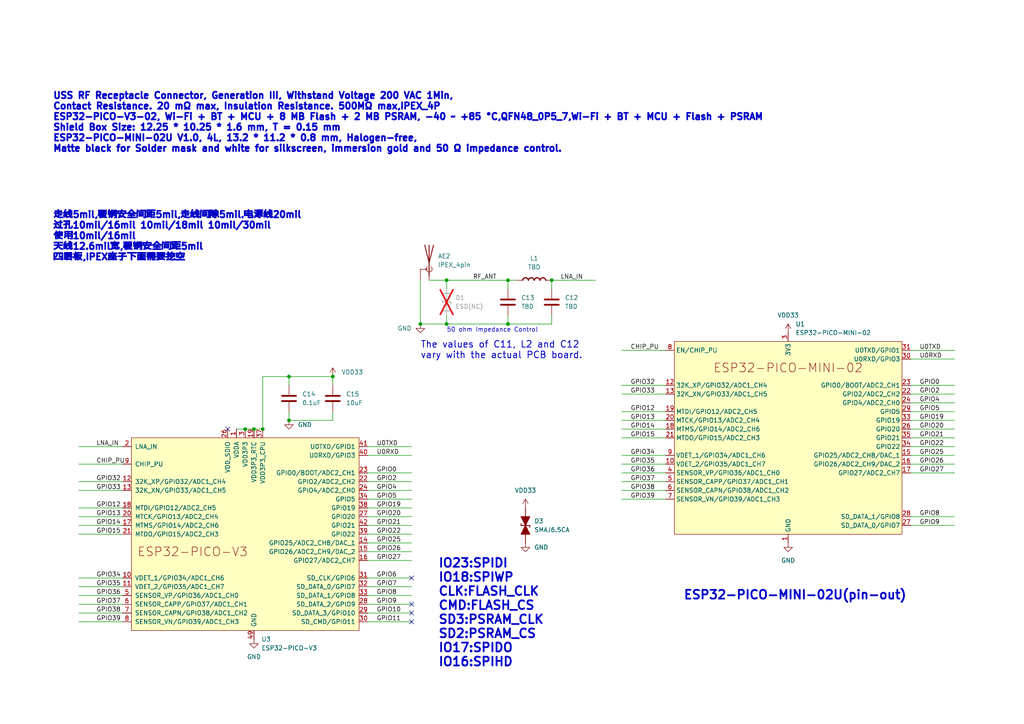
<source format=kicad_sch>
(kicad_sch (version 20250114) (generator "eeschema") (generator_version "9.0")
  (paper "A4")
  (lib_symbols
    (symbol "Device:Antenna_Shield" (pin_numbers (hide yes)) (pin_names (offset 1.016) (hide yes))
      (property "Reference" "AE" (at -1.905 4.445 0))
      (property "Value" "Antenna_Shield" (at -1.905 2.54 0))
      (symbol "Antenna_Shield_0_1"
        (arc (start 0 -2.667) (mid -0.8485 -2.1032) (end -0.508 -1.143))
        (polyline (pts (xy 0 5.08) (xy 0 -3.81)) (stroke (width 0.254)))
        (polyline (pts (xy 0 -2.54) (xy 0 0)))
        (arc (start 0.508 -1.143) (mid 0.8046 -2.0885) (end 0 -2.667))
        (polyline (pts (xy 0.762 -1.905) (xy 2.54 -1.905)))
        (circle (center 0.762 -1.905) (radius 0.1778) (fill (type outline)))
        (polyline (pts (xy 1.27 5.08) (xy 0 0) (xy -1.27 5.08)) (stroke (width 0.254)))
        (polyline (pts (xy 2.54 -2.54) (xy 2.54 -1.905)))
      )
      (symbol "Antenna_Shield_1_1"
        (pin input line (at 0 -5.08 90) (length 2.54) (name "A") (number "1"))
        (pin input line (at 2.54 -5.08 90) (length 2.54) (name "Shield") (number "2"))
      )
    )
    (symbol "Diode:ESD9B5.0ST5G" (pin_numbers (hide yes)) (pin_names (offset 1.016) (hide yes))
      (property "Reference" "D" (at 0 2.54 0))
      (property "Value" "ESD9B5.0ST5G" (at 0 -2.54 0))
      (symbol "ESD9B5.0ST5G_0_1"
        (polyline (pts (xy -2.54 -1.27) (xy 0 0) (xy -2.54 1.27) (xy -2.54 -1.27)) (stroke (width 0.2032)))
        (polyline (pts (xy 0.508 1.27) (xy 0 1.27) (xy 0 -1.27) (xy -0.508 -1.27)) (stroke (width 0.2032)))
        (polyline (pts (xy 1.27 0) (xy -1.27 0)))
        (polyline (pts (xy 2.54 1.27) (xy 2.54 -1.27) (xy 0 0) (xy 2.54 1.27)) (stroke (width 0.2032)))
      )
      (symbol "ESD9B5.0ST5G_1_1"
        (pin passive line (at -3.81 0 0) (length 2.54) (name "A1") (number "1"))
        (pin passive line (at 3.81 0 180) (length 2.54) (name "A2") (number "2"))
      )
    )
    (symbol "PCM_Capacitor_AKL:C_1206" (pin_numbers (hide yes)) (pin_names (offset 0.254))
      (property "Reference" "C" (at 0.635 2.54 0))
      (property "Value" "C_1206" (at 0.635 -2.54 0))
      (symbol "C_1206_0_1"
        (polyline (pts (xy -2.032 0.762) (xy 2.032 0.762)) (stroke (width 0.508)))
        (polyline (pts (xy -2.032 -0.762) (xy 2.032 -0.762)) (stroke (width 0.508)))
      )
      (symbol "C_1206_0_2"
        (polyline (pts (xy -2.54 -2.54) (xy -0.381 -0.381)))
        (polyline (pts (xy -0.508 -0.508) (xy -1.651 0.635)) (stroke (width 0.508)))
        (polyline (pts (xy -0.508 -0.508) (xy 0.635 -1.651)) (stroke (width 0.508)))
        (polyline (pts (xy 0.381 0.381) (xy 2.54 2.54)))
        (polyline (pts (xy 0.508 0.508) (xy -0.635 1.651)) (stroke (width 0.508)))
        (polyline (pts (xy 0.508 0.508) (xy 1.651 -0.635)) (stroke (width 0.508)))
      )
      (symbol "C_1206_1_1"
        (pin passive line (at 0 3.81 270) (length 2.794) (name "~") (number "1"))
        (pin passive line (at 0 -3.81 90) (length 2.794) (name "~") (number "2"))
      )
      (symbol "C_1206_1_2"
        (pin passive line (at -2.54 -2.54 90) (length 0) (name "~") (number "2"))
        (pin passive line (at 2.54 2.54 270) (length 0) (name "~") (number "1"))
      )
    )
    (symbol "PCM_Diode_TVS_AKL:SMAJ6.5CA" (pin_numbers (hide yes)) (pin_names (offset 1.016) (hide yes))
      (property "Reference" "D" (at 0 5.08 0))
      (property "Value" "SMAJ6.5CA" (at 0 2.54 0))
      (symbol "SMAJ6.5CA_0_1"
        (polyline (pts (xy 0 1.27) (xy 0 -1.27)) (stroke (width 0.254)))
        (polyline (pts (xy 0 1.27) (xy 0.508 1.27)) (stroke (width 0.254)))
        (polyline (pts (xy 0 0) (xy -2.54 1.27) (xy -2.54 -1.27) (xy 0 0)) (stroke (width 0.254)) (fill (type outline)))
        (polyline (pts (xy 0 -1.27) (xy -0.508 -1.27)) (stroke (width 0.254)))
        (polyline (pts (xy 1.27 0) (xy -1.27 0)))
        (polyline (pts (xy 2.54 1.27) (xy 2.54 -1.27) (xy 0 0) (xy 2.54 1.27)) (stroke (width 0.254)) (fill (type outline)))
      )
      (symbol "SMAJ6.5CA_0_2"
        (polyline (pts (xy -3.81 -3.81) (xy 3.81 3.81)))
        (polyline (pts (xy -1.778 -1.778) (xy -2.667 -0.889) (xy 0 0) (xy -0.889 -2.667) (xy -1.778 -1.778)) (stroke (width 0.254)) (fill (type outline)))
        (polyline (pts (xy -0.889 0.889) (xy -1.27 0.508)) (stroke (width 0.254)))
        (polyline (pts (xy -0.889 0.889) (xy 0.889 -0.889)) (stroke (width 0.254)))
        (polyline (pts (xy 0.889 -0.889) (xy 1.27 -0.508)) (stroke (width 0.254)))
        (polyline (pts (xy 1.778 1.778) (xy 2.667 0.889) (xy 0 0) (xy 0.889 2.667) (xy 1.778 1.778)) (stroke (width 0.254)) (fill (type outline)))
      )
      (symbol "SMAJ6.5CA_1_1"
        (pin passive line (at -5.08 0 0) (length 2.54) (name "K") (number "1"))
        (pin passive line (at 5.08 0 180) (length 2.54) (name "A") (number "2"))
      )
      (symbol "SMAJ6.5CA_1_2"
        (pin passive line (at -3.81 -3.81 0) (length 0) (name "A") (number "2"))
        (pin passive line (at 3.81 3.81 180) (length 0) (name "K") (number "1"))
      )
    )
    (symbol "PCM_Elektuur:L" (pin_numbers (hide yes)) (pin_names (offset 0) (hide yes))
      (property "Reference" "L" (at 2.54 3.175 0))
      (property "Value" "L" (at 2.54 -3.175 0))
      (symbol "L_1_0"
        (arc (start 0 3.302) (mid 0.6604 2.5146) (end 0 1.7272) (stroke (width 0.254)))
        (arc (start 0 1.6256) (mid 0.6604 0.8382) (end 0 0.0508) (stroke (width 0.254)))
        (arc (start 0 -0.0508) (mid 0.6604 -0.8382) (end 0 -1.6256) (stroke (width 0.254)))
        (arc (start 0 -1.7272) (mid 0.6604 -2.5146) (end 0 -3.302) (stroke (width 0.254)))
        (arc (start 0 3.4036) (mid 0.762 2.5146) (end 0 1.6256) (stroke (width 0.254)))
        (arc (start 0 1.7272) (mid 0.762 0.8382) (end 0 -0.0508) (stroke (width 0.254)))
        (arc (start 0 0.0508) (mid 0.762 -0.8382) (end 0 -1.7272) (stroke (width 0.254)))
        (arc (start 0 -1.6256) (mid 0.762 -2.5146) (end 0 -3.4036) (stroke (width 0.254)))
        (polyline (pts (xy 0 3.5052) (xy 0 3.302)) (stroke (width 0.254)))
        (polyline (pts (xy 0 1.7272) (xy 0 1.6256)) (stroke (width 0.254)))
        (polyline (pts (xy 0 0.0508) (xy 0 -0.0508)) (stroke (width 0.254)))
        (polyline (pts (xy 0 -1.6256) (xy 0 -1.7272)) (stroke (width 0.254)))
        (polyline (pts (xy 0 -3.302) (xy 0 -3.5052)) (stroke (width 0.254)))
        (pin passive line (at 0 5.08 270) (length 1.5748) (name "+") (number "1"))
        (pin passive line (at 0 -5.08 90) (length 1.5748) (name "-") (number "2"))
      )
      (symbol "L_1_2"
        (rectangle (start 1.524 3.3782) (end 1.9812 -3.3782) (stroke (width 0.254)) (fill (type outline)))
      )
      (symbol "L_1_3"
        (rectangle (start 1.524 3.0988) (end 1.9812 1.9304) (stroke (width 0.254)) (fill (type outline)))
        (rectangle (start 1.524 1.4224) (end 1.9812 0.254) (stroke (width 0.254)) (fill (type outline)))
        (rectangle (start 1.524 -0.254) (end 1.9812 -1.4224) (stroke (width 0.254)) (fill (type outline)))
        (rectangle (start 1.524 -1.9304) (end 1.9812 -3.0988) (stroke (width 0.254)) (fill (type outline)))
      )
    )
    (symbol "PCM_Espressif:ESP32-PICO-MINI-02"
      (property "Reference" "U" (at -33.02 33.02 0))
      (property "Value" "ESP32-PICO-MINI-02" (at -22.86 30.48 0))
      (symbol "ESP32-PICO-MINI-02_0_0"
        (text "ESP32-PICO-MINI-02" (at 0 20.32 0) (effects (font (size 2.54 2.54))))
        (pin power_in line (at 0 -30.48 90) (length 2.54) (name "GND") (number "1"))
        (pin passive line (at 0 -30.48 90) (length 2.54) (hide yes) (name "GND") (number "37"))
        (pin passive line (at 0 -30.48 90) (length 2.54) (hide yes) (name "GND") (number "38"))
        (pin passive line (at 0 -30.48 90) (length 2.54) (hide yes) (name "GND") (number "39"))
        (pin passive line (at 0 -30.48 90) (length 2.54) (hide yes) (name "GND") (number "40"))
        (pin passive line (at 0 -30.48 90) (length 2.54) (hide yes) (name "GND") (number "41"))
        (pin passive line (at 0 -30.48 90) (length 2.54) (hide yes) (name "GND") (number "42"))
        (pin passive line (at 0 -30.48 90) (length 2.54) (hide yes) (name "GND") (number "43"))
        (pin passive line (at 0 -30.48 90) (length 2.54) (hide yes) (name "GND") (number "44"))
        (pin passive line (at 0 -30.48 90) (length 2.54) (hide yes) (name "GND") (number "45"))
        (pin passive line (at 0 -30.48 90) (length 2.54) (hide yes) (name "GND") (number "46"))
        (pin passive line (at 0 -30.48 90) (length 2.54) (hide yes) (name "GND") (number "47"))
        (pin passive line (at 0 -30.48 90) (length 2.54) (hide yes) (name "GND") (number "48"))
        (pin passive line (at 0 -30.48 90) (length 2.54) (hide yes) (name "GND") (number "49"))
        (pin passive line (at 0 -30.48 90) (length 2.54) (hide yes) (name "GND") (number "50"))
        (pin passive line (at 0 -30.48 90) (length 2.54) (hide yes) (name "GND") (number "51"))
        (pin passive line (at 0 -30.48 90) (length 2.54) (hide yes) (name "GND") (number "52"))
        (pin passive line (at 0 -30.48 90) (length 2.54) (hide yes) (name "GND") (number "53"))
      )
      (symbol "ESP32-PICO-MINI-02_0_1"
        (rectangle (start -33.02 27.94) (end 33.02 -27.94) (fill (type background)))
      )
      (symbol "ESP32-PICO-MINI-02_1_1"
        (pin input line (at -35.56 25.4 0) (length 2.54) (name "EN/CHIP_PU") (number "8"))
        (pin bidirectional line (at -35.56 15.24 0) (length 2.54) (name "32K_XP/GPIO32/ADC1_CH4") (number "12"))
        (pin bidirectional line (at -35.56 12.7 0) (length 2.54) (name "32K_XN/GPIO33/ADC1_CH5") (number "13"))
        (pin bidirectional line (at -35.56 7.62 0) (length 2.54) (name "MTDI/GPIO12/ADC2_CH5") (number "19"))
        (pin bidirectional line (at -35.56 5.08 0) (length 2.54) (name "MTCK/GPIO13/ADC2_CH4") (number "20"))
        (pin bidirectional line (at -35.56 2.54 0) (length 2.54) (name "MTMS/GPIO14/ADC2_CH6") (number "18"))
        (pin bidirectional line (at -35.56 0 0) (length 2.54) (name "MTDO/GPIO15/ADC2_CH3") (number "21"))
        (pin input line (at -35.56 -5.08 0) (length 2.54) (name "VDET_1/GPIO34/ADC1_CH6") (number "9"))
        (pin input line (at -35.56 -7.62 0) (length 2.54) (name "VDET_2/GPIO35/ADC1_CH7") (number "10"))
        (pin input line (at -35.56 -10.16 0) (length 2.54) (name "SENSOR_VP/GPIO36/ADC1_CH0") (number "4"))
        (pin input line (at -35.56 -12.7 0) (length 2.54) (name "SENSOR_CAPP/GPIO37/ADC1_CH1") (number "5"))
        (pin input line (at -35.56 -15.24 0) (length 2.54) (name "SENSOR_CAPN/GPIO38/ADC1_CH2") (number "6"))
        (pin input line (at -35.56 -17.78 0) (length 2.54) (name "SENSOR_VN/GPIO39/ADC1_CH3") (number "7"))
        (pin no_connect line (at -33.02 -22.86 0) (length 2.54) (hide yes) (name "NC") (number "25"))
        (pin no_connect line (at -33.02 -25.4 0) (length 2.54) (hide yes) (name "NC") (number "32"))
        (pin power_in line (at 0 30.48 270) (length 2.54) (name "3V3") (number "3"))
        (pin passive line (at 0 -30.48 90) (length 2.54) (hide yes) (name "GND") (number "11"))
        (pin passive line (at 0 -30.48 90) (length 2.54) (hide yes) (name "GND") (number "14"))
        (pin passive line (at 0 -30.48 90) (length 2.54) (hide yes) (name "GND") (number "2"))
        (pin passive line (at 0 -30.48 90) (length 2.54) (hide yes) (name "GND") (number "36"))
        (pin bidirectional line (at 35.56 25.4 180) (length 2.54) (name "U0TXD/GPIO1") (number "31"))
        (pin bidirectional line (at 35.56 22.86 180) (length 2.54) (name "U0RXD/GPIO3") (number "30"))
        (pin bidirectional line (at 35.56 15.24 180) (length 2.54) (name "GPIO0/BOOT/ADC2_CH1") (number "23"))
        (pin bidirectional line (at 35.56 12.7 180) (length 2.54) (name "GPIO2/ADC2_CH2") (number "22"))
        (pin bidirectional line (at 35.56 10.16 180) (length 2.54) (name "GPIO4/ADC2_CH0") (number "24"))
        (pin bidirectional line (at 35.56 7.62 180) (length 2.54) (name "GPIO5") (number "29"))
        (pin bidirectional line (at 35.56 5.08 180) (length 2.54) (name "GPIO19") (number "33"))
        (pin bidirectional line (at 35.56 2.54 180) (length 2.54) (name "GPIO20") (number "26"))
        (pin bidirectional line (at 35.56 0 180) (length 2.54) (name "GPIO21") (number "35"))
        (pin bidirectional line (at 35.56 -2.54 180) (length 2.54) (name "GPIO22") (number "34"))
        (pin bidirectional line (at 35.56 -5.08 180) (length 2.54) (name "GPIO25/ADC2_CH8/DAC_1") (number "15"))
        (pin bidirectional line (at 35.56 -7.62 180) (length 2.54) (name "GPIO26/ADC2_CH9/DAC_2") (number "16"))
        (pin bidirectional line (at 35.56 -10.16 180) (length 2.54) (name "GPIO27/ADC2_CH7") (number "17"))
        (pin bidirectional line (at 35.56 -22.86 180) (length 2.54) (name "SD_DATA_1/GPIO8") (number "28"))
        (pin bidirectional line (at 35.56 -25.4 180) (length 2.54) (name "SD_DATA_0/GPIO7") (number "27"))
      )
    )
    (symbol "PCM_Espressif:ESP32-PICO-V3" (pin_names (offset 1.016))
      (property "Reference" "U" (at -33.02 33.02 0))
      (property "Value" "ESP32-PICO-V3" (at -33.02 30.48 0))
      (symbol "ESP32-PICO-V3_0_0"
        (text "ESP32-PICO-V3" (at -15.24 -5.08 0) (effects (font (size 2.54 2.54))))
      )
      (symbol "ESP32-PICO-V3_0_1"
        (rectangle (start -33.02 27.94) (end 33.02 -27.94) (fill (type background)))
      )
      (symbol "ESP32-PICO-V3_1_1"
        (pin bidirectional line (at -35.56 25.4 0) (length 2.54) (name "LNA_IN") (number "2"))
        (pin input line (at -35.56 20.32 0) (length 2.54) (name "CHIP_PU") (number "9"))
        (pin bidirectional line (at -35.56 15.24 0) (length 2.54) (name "32K_XP/GPIO32/ADC1_CH4") (number "12"))
        (pin bidirectional line (at -35.56 12.7 0) (length 2.54) (name "32K_XN/GPIO33/ADC1_CH5") (number "13"))
        (pin bidirectional line (at -35.56 7.62 0) (length 2.54) (name "MTDI/GPIO12/ADC2_CH5") (number "18"))
        (pin bidirectional line (at -35.56 5.08 0) (length 2.54) (name "MTCK/GPIO13/ADC2_CH4") (number "20"))
        (pin bidirectional line (at -35.56 2.54 0) (length 2.54) (name "MTMS/GPIO14/ADC2_CH6") (number "17"))
        (pin bidirectional line (at -35.56 0 0) (length 2.54) (name "MTDO/GPIO15/ADC2_CH3") (number "21"))
        (pin input line (at -35.56 -12.7 0) (length 2.54) (name "VDET_1/GPIO34/ADC1_CH6") (number "10"))
        (pin input line (at -35.56 -15.24 0) (length 2.54) (name "VDET_2/GPIO35/ADC1_CH7") (number "11"))
        (pin input line (at -35.56 -17.78 0) (length 2.54) (name "SENSOR_VP/GPIO36/ADC1_CH0") (number "5"))
        (pin input line (at -35.56 -20.32 0) (length 2.54) (name "SENSOR_CAPP/GPIO37/ADC1_CH1") (number "6"))
        (pin input line (at -35.56 -22.86 0) (length 2.54) (name "SENSOR_CAPN/GPIO38/ADC1_CH2") (number "7"))
        (pin input line (at -35.56 -25.4 0) (length 2.54) (name "SENSOR_VN/GPIO39/ADC1_CH3") (number "8"))
        (pin power_out line (at -5.08 30.48 270) (length 2.54) (name "VDD_SDIO") (number "26"))
        (pin power_in line (at -2.54 30.48 270) (length 2.54) (name "VDDA") (number "1"))
        (pin passive line (at -2.54 30.48 270) (length 2.54) (hide yes) (name "VDDA") (number "43"))
        (pin passive line (at -2.54 30.48 270) (length 2.54) (hide yes) (name "VDDA") (number "46"))
        (pin power_in line (at 0 30.48 270) (length 2.54) (name "VDD3P3") (number "3"))
        (pin passive line (at 0 30.48 270) (length 2.54) (hide yes) (name "VDD3P3") (number "4"))
        (pin power_in line (at 2.54 30.48 270) (length 2.54) (name "VDD3P3_RTC") (number "19"))
        (pin power_in line (at 2.54 -30.48 90) (length 2.54) (name "GND") (number "49"))
        (pin power_in line (at 5.08 30.48 270) (length 2.54) (name "VDD3P3_CPU") (number "37"))
        (pin bidirectional line (at 35.56 25.4 180) (length 2.54) (name "U0TXD/GPIO1") (number "41"))
        (pin bidirectional line (at 35.56 22.86 180) (length 2.54) (name "U0RXD/GPIO3") (number "40"))
        (pin bidirectional line (at 35.56 17.78 180) (length 2.54) (name "GPIO0/BOOT/ADC2_CH1") (number "23"))
        (pin bidirectional line (at 35.56 15.24 180) (length 2.54) (name "GPIO2/ADC2_CH2") (number "22"))
        (pin bidirectional line (at 35.56 12.7 180) (length 2.54) (name "GPIO4/ADC2_CH0") (number "24"))
        (pin bidirectional line (at 35.56 10.16 180) (length 2.54) (name "GPIO5") (number "34"))
        (pin bidirectional line (at 35.56 7.62 180) (length 2.54) (name "GPIO19") (number "38"))
        (pin bidirectional line (at 35.56 5.08 180) (length 2.54) (name "GPIO20") (number "27"))
        (pin bidirectional line (at 35.56 2.54 180) (length 2.54) (name "GPIO21") (number "42"))
        (pin bidirectional line (at 35.56 0 180) (length 2.54) (name "GPIO22") (number "39"))
        (pin bidirectional line (at 35.56 -2.54 180) (length 2.54) (name "GPIO25/ADC2_CH8/DAC_1") (number "14"))
        (pin bidirectional line (at 35.56 -5.08 180) (length 2.54) (name "GPIO26/ADC2_CH9/DAC_2") (number "15"))
        (pin bidirectional line (at 35.56 -7.62 180) (length 2.54) (name "GPIO27/ADC2_CH7") (number "16"))
        (pin bidirectional line (at 35.56 -12.7 180) (length 2.54) (name "SD_CLK/GPIO6") (number "31"))
        (pin bidirectional line (at 35.56 -15.24 180) (length 2.54) (name "SD_DATA_0/GPIO7") (number "32"))
        (pin bidirectional line (at 35.56 -17.78 180) (length 2.54) (name "SD_DATA_1/GPIO8") (number "33"))
        (pin bidirectional line (at 35.56 -20.32 180) (length 2.54) (name "SD_DATA_2/GPIO9") (number "28"))
        (pin bidirectional line (at 35.56 -22.86 180) (length 2.54) (name "SD_DATA_3/GPIO10") (number "29"))
        (pin bidirectional line (at 35.56 -25.4 180) (length 2.54) (name "SD_CMD/GPIO11") (number "30"))
      )
    )
    (symbol "power:+3.3V" (power) (pin_numbers (hide yes)) (pin_names (offset 0) (hide yes))
      (property "Value" "+3.3V" (at 0 3.556 0))
      (symbol "+3.3V_0_1"
        (polyline (pts (xy -0.762 1.27) (xy 0 2.54)))
        (polyline (pts (xy 0 2.54) (xy 0.762 1.27)))
        (polyline (pts (xy 0 0) (xy 0 2.54)))
      )
      (symbol "+3.3V_1_1"
        (pin power_in line (at 0 0 90) (length 0) (name "~") (number "1"))
      )
    )
    (symbol "power:GND" (power) (pin_numbers (hide yes)) (pin_names (offset 0) (hide yes))
      (property "Value" "GND" (at 0 -3.81 0))
      (symbol "GND_0_1"
        (polyline (pts (xy 0 0) (xy 0 -1.27) (xy 1.27 -1.27) (xy 0 -2.54) (xy -1.27 -1.27) (xy 0 -1.27)))
      )
      (symbol "GND_1_1"
        (pin power_in line (at 0 0 270) (length 0) (name "~") (number "1"))
      )
    )
  )
  (text "The values of C11, L2 and C12\nvary with the actual PCB board." (exclude_from_sim yes) (at 121.92 101.6 0) (effects (font (size 1.905 1.905) (thickness 0.2381)) (justify left)))
  (text "IO23:SPIDI\nIO18:SPIWP\nCLK:FLASH_CLK\nCMD:FLASH_CS\nSD3:PSRAM_CLK\nSD2:PSRAM_CS\nIO17:SPIDO\nIO16:SPIHD" (exclude_from_sim yes) (at 127 177.8 0) (effects (font (size 2.54 2.54) (thickness 0.508) (bold yes)) (justify left)))
  (text "50 ohm Impedance Control" (at 129.54 96.52 0) (effects (font (size 1.27 1.27)) (justify left bottom)))
  (text "ESP32-PICO-MINI-02U(pin-out)" (exclude_from_sim yes) (at 198.12 172.72 0) (effects (font (size 2.54 2.54) (thickness 0.508) (bold yes)) (justify left)))
  (text "USS RF Receptacle Connector, Generation III, Withstand Voltage 200 VAC 1Min, \nContact Resistance. 20 mΩ max, Insulation Resistance. 500MΩ max,IPEX_4P\nESP32-PICO-V3-02, Wi-Fi + BT + MCU + 8 MB Flash + 2 MB PSRAM, -40 ~ +85 °C,QFN48_0P5_7,Wi-Fi + BT + MCU + Flash + PSRAM\nShield Box Size: 12.25 * 10.25 * 1.6 mm, T = 0.15 mm\nESP32-PICO-MINI-02U V1.0, 4L, 13.2 * 11.2 * 0.8 mm, Halogen-free, \nMatte black for Solder mask and white for silkscreen, immersion gold and 50 Ω impedance control." (exclude_from_sim yes) (at 15.24 35.56 0) (effects (font (size 1.905 1.905) (thickness 0.508) (bold yes)) (justify left)))
  (text "走线5mil,覆铜安全间距5mil,走线间隙5mil.电源线20mil\n过孔10mil/16mil 10mil/18mil 10mil/30mil\n使用10mil/16mil\n天线12.6mil宽,覆铜安全间距5mil\n四层板,IPEX座子下面需要挖空" (exclude_from_sim yes) (at 15.24 68.58 0) (effects (font (size 1.905 1.905) (thickness 0.508) (bold yes)) (justify left)))
  (junction (at 83.82 109.22))
  (junction (at 96.52 109.22))
  (junction (at 71.12 124.46))
  (junction (at 73.66 124.46))
  (junction (at 76.2 124.46))
  (junction (at 147.32 93.98))
  (junction (at 129.54 81.28))
  (junction (at 147.32 81.28))
  (junction (at 160.02 81.28))
  (junction (at 83.82 121.92))
  (junction (at 129.54 93.98))
  (junction (at 121.92 93.98))
  (no_connect (at 119.38 175.26))
  (no_connect (at 119.38 167.64))
  (no_connect (at 119.38 177.8))
  (no_connect (at 66.04 124.46))
  (no_connect (at 119.38 180.34))
  (wire (pts (xy 96.52 119.38) (xy 96.52 121.92)))
  (wire (pts (xy 264.16 127) (xy 276.86 127)))
  (wire (pts (xy 180.34 137.16) (xy 193.04 137.16)))
  (wire (pts (xy 180.34 121.92) (xy 193.04 121.92)))
  (wire (pts (xy 83.82 109.22) (xy 83.82 111.76)))
  (wire (pts (xy 22.86 154.94) (xy 35.56 154.94)))
  (wire (pts (xy 106.68 160.02) (xy 119.38 160.02)))
  (wire (pts (xy 106.68 157.48) (xy 119.38 157.48)))
  (wire (pts (xy 106.68 137.16) (xy 119.38 137.16)))
  (wire (pts (xy 147.32 81.28) (xy 147.32 83.82)))
  (wire (pts (xy 264.16 137.16) (xy 276.86 137.16)))
  (wire (pts (xy 129.54 93.98) (xy 147.32 93.98)))
  (wire (pts (xy 180.34 114.3) (xy 193.04 114.3)))
  (wire (pts (xy 180.34 142.24) (xy 193.04 142.24)))
  (wire (pts (xy 106.68 180.34) (xy 119.38 180.34)))
  (wire (pts (xy 180.34 101.6) (xy 193.04 101.6)))
  (wire (pts (xy 106.68 129.54) (xy 119.38 129.54)))
  (wire (pts (xy 106.68 149.86) (xy 119.38 149.86)))
  (wire (pts (xy 22.86 180.34) (xy 35.56 180.34)))
  (wire (pts (xy 106.68 132.08) (xy 119.38 132.08)))
  (wire (pts (xy 22.86 167.64) (xy 35.56 167.64)))
  (wire (pts (xy 264.16 101.6) (xy 276.86 101.6)))
  (wire (pts (xy 106.68 139.7) (xy 119.38 139.7)))
  (wire (pts (xy 180.34 124.46) (xy 193.04 124.46)))
  (wire (pts (xy 264.16 149.86) (xy 276.86 149.86)))
  (wire (pts (xy 22.86 142.24) (xy 35.56 142.24)))
  (wire (pts (xy 121.92 81.28) (xy 121.92 93.98)))
  (wire (pts (xy 180.34 139.7) (xy 193.04 139.7)))
  (wire (pts (xy 264.16 129.54) (xy 276.86 129.54)))
  (wire (pts (xy 22.86 177.8) (xy 35.56 177.8)))
  (wire (pts (xy 147.32 91.44) (xy 147.32 93.98)))
  (wire (pts (xy 106.68 175.26) (xy 119.38 175.26)))
  (wire (pts (xy 71.12 124.46) (xy 73.66 124.46)))
  (wire (pts (xy 129.54 81.28) (xy 129.54 83.82)))
  (wire (pts (xy 180.34 134.62) (xy 193.04 134.62)))
  (wire (pts (xy 264.16 116.84) (xy 276.86 116.84)))
  (wire (pts (xy 264.16 114.3) (xy 276.86 114.3)))
  (wire (pts (xy 76.2 109.22) (xy 83.82 109.22)))
  (wire (pts (xy 160.02 83.82) (xy 160.02 81.28)))
  (wire (pts (xy 180.34 127) (xy 193.04 127)))
  (wire (pts (xy 180.34 132.08) (xy 193.04 132.08)))
  (wire (pts (xy 121.92 93.98) (xy 129.54 93.98)))
  (wire (pts (xy 264.16 121.92) (xy 276.86 121.92)))
  (wire (pts (xy 160.02 81.28) (xy 172.72 81.28)))
  (wire (pts (xy 180.34 111.76) (xy 193.04 111.76)))
  (wire (pts (xy 264.16 111.76) (xy 276.86 111.76)))
  (wire (pts (xy 22.86 134.62) (xy 35.56 134.62)))
  (wire (pts (xy 264.16 104.14) (xy 276.86 104.14)))
  (wire (pts (xy 264.16 124.46) (xy 276.86 124.46)))
  (wire (pts (xy 160.02 93.98) (xy 160.02 91.44)))
  (wire (pts (xy 22.86 129.54) (xy 35.56 129.54)))
  (wire (pts (xy 106.68 177.8) (xy 119.38 177.8)))
  (wire (pts (xy 22.86 172.72) (xy 35.56 172.72)))
  (wire (pts (xy 264.16 152.4) (xy 276.86 152.4)))
  (wire (pts (xy 76.2 109.22) (xy 76.2 124.46)))
  (wire (pts (xy 106.68 147.32) (xy 119.38 147.32)))
  (wire (pts (xy 96.52 121.92) (xy 83.82 121.92)))
  (wire (pts (xy 68.58 124.46) (xy 71.12 124.46)))
  (wire (pts (xy 106.68 144.78) (xy 119.38 144.78)))
  (wire (pts (xy 22.86 139.7) (xy 35.56 139.7)))
  (wire (pts (xy 106.68 167.64) (xy 119.38 167.64)))
  (wire (pts (xy 180.34 144.78) (xy 193.04 144.78)))
  (wire (pts (xy 96.52 109.22) (xy 83.82 109.22)))
  (wire (pts (xy 180.34 119.38) (xy 193.04 119.38)))
  (wire (pts (xy 106.68 170.18) (xy 119.38 170.18)))
  (wire (pts (xy 129.54 91.44) (xy 129.54 93.98)))
  (wire (pts (xy 22.86 147.32) (xy 35.56 147.32)))
  (wire (pts (xy 149.86 81.28) (xy 147.32 81.28)))
  (wire (pts (xy 22.86 152.4) (xy 35.56 152.4)))
  (wire (pts (xy 22.86 175.26) (xy 35.56 175.26)))
  (wire (pts (xy 96.52 109.22) (xy 96.52 111.76)))
  (wire (pts (xy 22.86 149.86) (xy 35.56 149.86)))
  (wire (pts (xy 22.86 170.18) (xy 35.56 170.18)))
  (wire (pts (xy 106.68 154.94) (xy 119.38 154.94)))
  (wire (pts (xy 124.46 81.28) (xy 129.54 81.28)))
  (wire (pts (xy 264.16 132.08) (xy 276.86 132.08)))
  (wire (pts (xy 83.82 119.38) (xy 83.82 121.92)))
  (wire (pts (xy 73.66 124.46) (xy 76.2 124.46)))
  (wire (pts (xy 106.68 162.56) (xy 119.38 162.56)))
  (wire (pts (xy 264.16 119.38) (xy 276.86 119.38)))
  (wire (pts (xy 264.16 134.62) (xy 276.86 134.62)))
  (wire (pts (xy 147.32 93.98) (xy 160.02 93.98)))
  (wire (pts (xy 106.68 172.72) (xy 119.38 172.72)))
  (wire (pts (xy 106.68 152.4) (xy 119.38 152.4)))
  (wire (pts (xy 129.54 81.28) (xy 147.32 81.28)))
  (wire (pts (xy 106.68 142.24) (xy 119.38 142.24)))
  (label "GPIO21" (at 266.7 127 0))
  (label "GPIO14" (at 27.94 152.4 0))
  (label "GPIO19" (at 109.22 147.32 0))
  (label "GPIO13" (at 27.94 149.86 0))
  (label "GPIO2" (at 109.22 139.7 0))
  (label "GPIO22" (at 109.22 154.94 0))
  (label "GPIO34" (at 27.94 167.64 0))
  (label "GPIO11" (at 109.22 180.34 0))
  (label "GPIO34" (at 182.88 132.08 0))
  (label "GPIO12" (at 27.94 147.32 0))
  (label "GPIO27" (at 266.7 137.16 0))
  (label "GPIO20" (at 109.22 149.86 0))
  (label "LNA_IN" (at 27.94 129.54 0))
  (label "GPIO8" (at 266.7 149.86 0))
  (label "GPIO26" (at 266.7 134.62 0))
  (label "U0RXD" (at 266.7 104.14 0))
  (label "GPIO7" (at 109.22 170.18 0))
  (label "GPIO10" (at 109.22 177.8 0))
  (label "GPIO36" (at 182.88 137.16 0))
  (label "GPIO32" (at 182.88 111.76 0))
  (label "GPIO32" (at 27.94 139.7 0))
  (label "CHIP_PU" (at 182.88 101.6 0))
  (label "GPIO2" (at 266.7 114.3 0))
  (label "GPIO14" (at 182.88 124.46 0))
  (label "GPIO8" (at 109.22 172.72 0))
  (label "GPIO4" (at 109.22 142.24 0))
  (label "GPIO19" (at 266.7 121.92 0))
  (label "GPIO5" (at 109.22 144.78 0))
  (label "U0TXD" (at 266.7 101.6 0))
  (label "GPIO20" (at 266.7 124.46 0))
  (label "GPIO39" (at 27.94 180.34 0))
  (label "GPIO21" (at 109.22 152.4 0))
  (label "GPIO4" (at 266.7 116.84 0))
  (label "GPIO27" (at 109.22 162.56 0))
  (label "GPIO25" (at 109.22 157.48 0))
  (label "GPIO38" (at 27.94 177.8 0))
  (label "GPIO0" (at 266.7 111.76 0))
  (label "GPIO33" (at 27.94 142.24 0))
  (label "GPIO9" (at 266.7 152.4 0))
  (label "U0RXD" (at 109.22 132.08 0))
  (label "GPIO38" (at 182.88 142.24 0))
  (label "CHIP_PU" (at 27.94 134.62 0))
  (label "GPIO0" (at 109.22 137.16 0))
  (label "GPIO37" (at 27.94 175.26 0))
  (label "GPIO13" (at 182.88 121.92 0))
  (label "GPIO15" (at 27.94 154.94 0))
  (label "GPIO5" (at 266.7 119.38 0))
  (label "GPIO35" (at 27.94 170.18 0))
  (label "RF_ANT" (at 137.16 81.28 0))
  (label "GPIO33" (at 182.88 114.3 0))
  (label "GPIO37" (at 182.88 139.7 0))
  (label "GPIO9" (at 109.22 175.26 0))
  (label "GPIO6" (at 109.22 167.64 0))
  (label "GPIO35" (at 182.88 134.62 0))
  (label "GPIO36" (at 27.94 172.72 0))
  (label "GPIO26" (at 109.22 160.02 0))
  (label "GPIO39" (at 182.88 144.78 0))
  (label "LNA_IN" (at 162.56 81.28 0))
  (label "U0TXD" (at 109.22 129.54 0))
  (label "GPIO22" (at 266.7 129.54 0))
  (label "GPIO15" (at 182.88 127 0))
  (label "GPIO12" (at 182.88 119.38 0))
  (label "GPIO25" (at 266.7 132.08 0))
  (symbol (lib_id "power:GND") (at 228.6 157.48 0) (unit 1)
    (property "Reference" "#PWR016" (effects (hide yes)))
    (property "Value" "GND" (at 228.6 162.56 0))
    (property "Description" "Power symbol creates a global label with name \"GND\" , ground" (effects (hide yes)))
  )
  (symbol (lib_id "PCM_Capacitor_AKL:C_1206") (at 96.52 115.57 0) (unit 1)
    (property "Reference" "C15" (at 100.33 114.2999 0) (effects (justify left)))
    (property "Value" "10uF" (at 100.33 116.8399 0) (effects (justify left)))
    (property "Footprint" "PCM_Capacitor_SMD_AKL:C_1206_3216Metric" (effects (hide yes)))
    (property "Description" "SMD 1206 MLCC capacitor, Alternate KiCad Library" (effects (hide yes)))
  )
  (symbol (lib_id "power:+3.3V") (at 152.4 147.32 0) (unit 1)
    (property "Reference" "#PWR013" (effects (hide yes)))
    (property "Value" "VDD33" (at 152.4 142.24 0))
    (property "Description" "Power symbol creates a global label with name \"+3.3V\"" (effects (hide yes)))
  )
  (symbol (lib_id "PCM_Espressif:ESP32-PICO-MINI-02") (at 228.6 127 0) (unit 1)
    (property "Reference" "U1" (at 230.7433 93.98 0) (effects (justify left)))
    (property "Value" "ESP32-PICO-MINI-02" (at 230.7433 96.52 0) (effects (justify left)))
    (property "Footprint" "PCM_Espressif:ESP32-PICO-MINI-02" (effects (hide yes)))
    (property "Datasheet" "https://www.espressif.com/sites/default/files/documentation/esp32-pico-mini-02_datasheet_en.pdf" (effects (hide yes)))
    (property "Description" "ESP32-PICO-V3-02 MCU, SiP, 8MB Flash, 2 MB PSRAM in ESP32-MINI-format" (effects (hide yes)))
  )
  (symbol (lib_id "PCM_Elektuur:L") (at 154.94 81.28 90) (unit 1)
    (property "Reference" "L1" (at 154.94 74.93 90))
    (property "Value" "TBD" (at 154.94 77.47 90))
    (property "Description" "coil/winding/inductor/choke/reactor" (effects (hide yes)))
    (property "Indicator" "●" (effects (hide yes)))
    (property "Rating" "A" (effects (hide yes)))
  )
  (symbol (lib_id "PCM_Diode_TVS_AKL:SMAJ6.5CA") (at 152.4 152.4 90) (unit 1)
    (property "Reference" "D3" (at 154.94 151.1299 90) (effects (justify right)))
    (property "Value" "SMAJ6.5CA" (at 154.94 153.6699 90) (effects (justify right)))
    (property "Footprint" "PCM_Diode_SMD_AKL:D_SMA_TVS" (effects (hide yes)))
    (property "Datasheet" "https://www.tme.eu/Document/dbc72d81c249fe51b6ab42300e8e06d0/SMAJ_ser.pdf" (effects (hide yes)))
    (property "Description" "SMA Bidirectional TVS Diode, 6.5V, 400W, Alternate KiCAD Library" (effects (hide yes)))
  )
  (symbol (lib_id "Device:Antenna_Shield") (at 124.46 76.2 0) (mirror y) (unit 1)
    (property "Reference" "AE2" (at 127 74.2949 0) (effects (justify right)))
    (property "Value" "IPEX_4pin" (at 127 76.8349 0) (effects (justify right)))
    (property "Description" "Antenna with extra pin for shielding" (effects (hide yes)))
  )
  (symbol (lib_id "power:GND") (at 121.92 93.98 0) (unit 1)
    (property "Reference" "#PWR01" (effects (hide yes)))
    (property "Value" "GND" (at 119.38 95.2499 0) (effects (justify right)))
    (property "Description" "Power symbol creates a global label with name \"GND\" , ground" (effects (hide yes)))
  )
  (symbol (lib_id "power:GND") (at 83.82 121.92 0) (unit 1)
    (property "Reference" "#PWR019" (effects (hide yes)))
    (property "Value" "GND" (at 86.36 123.1899 0) (effects (justify left)))
    (property "Description" "Power symbol creates a global label with name \"GND\" , ground" (effects (hide yes)))
  )
  (symbol (lib_id "power:GND") (at 152.4 157.48 0) (unit 1)
    (property "Reference" "#PWR014" (effects (hide yes)))
    (property "Value" "GND" (at 154.94 158.7499 0) (effects (justify left)))
    (property "Description" "Power symbol creates a global label with name \"GND\" , ground" (effects (hide yes)))
  )
  (symbol (lib_id "PCM_Espressif:ESP32-PICO-V3") (at 71.12 154.94 0) (unit 1)
    (property "Reference" "U3" (at 75.8033 185.42 0) (effects (justify left)))
    (property "Value" "ESP32-PICO-V3" (at 75.8033 187.96 0) (effects (justify left)))
    (property "Footprint" "Package_DFN_QFN:QFN-48-1EP_7x7mm_P0.5mm_EP5.15x5.15mm" (effects (hide yes)))
    (property "Datasheet" "https://www.espressif.com/sites/default/files/documentation/esp32-pico-v3_datasheet_en.pdf" (effects (hide yes)))
    (property "Description" "The ESP32-PICO-V3 is a System-in-Package (SiP) device that is based on ESP32 with ECO V3 wafer, providingcomplete Wi-Fi and Bluetooth®functionalities. It integrates a 4 MB SPI flash." (effects (hide yes)))
  )
  (symbol (lib_id "PCM_Capacitor_AKL:C_1206") (at 160.02 87.63 0) (unit 1)
    (property "Reference" "C12" (at 163.83 86.3599 0) (effects (justify left)))
    (property "Value" "TBD" (at 163.83 88.8999 0) (effects (justify left)))
    (property "Footprint" "PCM_Capacitor_SMD_AKL:C_1206_3216Metric" (effects (hide yes)))
    (property "Description" "SMD 1206 MLCC capacitor, Alternate KiCad Library" (effects (hide yes)))
  )
  (symbol (lib_id "PCM_Capacitor_AKL:C_1206") (at 83.82 115.57 0) (unit 1)
    (property "Reference" "C14" (at 87.63 114.2999 0) (effects (justify left)))
    (property "Value" "0.1uF" (at 87.63 116.8399 0) (effects (justify left)))
    (property "Footprint" "PCM_Capacitor_SMD_AKL:C_1206_3216Metric" (effects (hide yes)))
    (property "Description" "SMD 1206 MLCC capacitor, Alternate KiCad Library" (effects (hide yes)))
  )
  (symbol (lib_id "PCM_Capacitor_AKL:C_1206") (at 147.32 87.63 0) (unit 1)
    (property "Reference" "C13" (at 151.13 86.3599 0) (effects (justify left)))
    (property "Value" "TBD" (at 151.13 88.8999 0) (effects (justify left)))
    (property "Footprint" "PCM_Capacitor_SMD_AKL:C_1206_3216Metric" (effects (hide yes)))
    (property "Description" "SMD 1206 MLCC capacitor, Alternate KiCad Library" (effects (hide yes)))
  )
  (symbol (lib_id "Diode:ESD9B5.0ST5G") (at 129.54 87.63 90) (unit 1) (dnp yes)
    (property "Reference" "D1" (at 132.08 86.3599 90) (effects (justify right)))
    (property "Value" "ESD(NC)" (at 132.08 88.8999 90) (effects (justify right)))
    (property "Footprint" "Diode_SMD:D_SOD-923" (effects (hide yes)))
    (property "Datasheet" "https://www.onsemi.com/pub/Collateral/ESD9B-D.PDF" (effects (hide yes)))
    (property "Description" "ESD protection diode, 5.0Vrwm, SOD-923" (effects (hide yes)))
  )
  (symbol (lib_id "power:GND") (at 73.66 185.42 0) (unit 1)
    (property "Reference" "#PWR015" (effects (hide yes)))
    (property "Value" "GND" (at 73.66 190.5 0))
    (property "Description" "Power symbol creates a global label with name \"GND\" , ground" (effects (hide yes)))
  )
  (symbol (lib_id "power:+3.3V") (at 228.6 96.52 0) (unit 1)
    (property "Reference" "#PWR017" (effects (hide yes)))
    (property "Value" "VDD33" (at 228.6 91.44 0))
    (property "Description" "Power symbol creates a global label with name \"+3.3V\"" (effects (hide yes)))
  )
  (symbol (lib_id "power:+3.3V") (at 96.52 109.22 0) (unit 1)
    (property "Reference" "#PWR018" (effects (hide yes)))
    (property "Value" "VDD33" (at 99.06 107.9499 0) (effects (justify left)))
    (property "Description" "Power symbol creates a global label with name \"+3.3V\"" (effects (hide yes)))
  )
)
</source>
